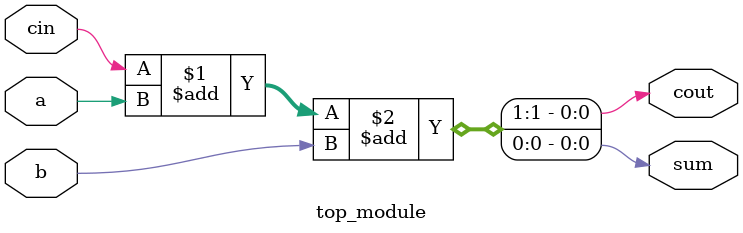
<source format=v>
module top_module( 
    input a, b, cin,
    output cout, sum );

  // m = 1 : behavioral Modeling
    assign {cout, sum} = cin + a + b;

  // m = 2 : structural Modeling
  /*
    assign sum = a ^ b ^ cin;
    assign cout = a & b | b & cin | cin & a;

  // or cout can also be expressed as,
    assign cout = a & b | cin & a ^ b;    // see how it produces error (order of priority [& > ^ > |])
    assign cout = a & b | cin & (a ^ b);
    */  

endmodule

</source>
